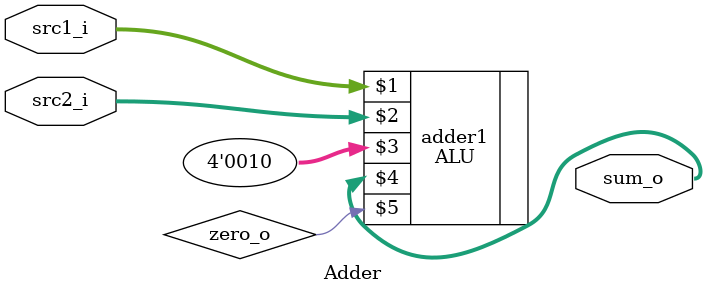
<source format=v>

module Adder(
    src1_i,
	src2_i,
	sum_o
	);
     
//I/O ports
input  [32-1:0]  src1_i;
input  [32-1:0]	 src2_i;
output [32-1:0]	 sum_o;

//Internal Signals
//wire    [32-1:0]	 sum_o;
wire zero_o;
//Parameter
    
//Main function
ALU adder1(src1_i, src2_i, 4'b0010, sum_o, zero_o);
endmodule





                    
                    
</source>
